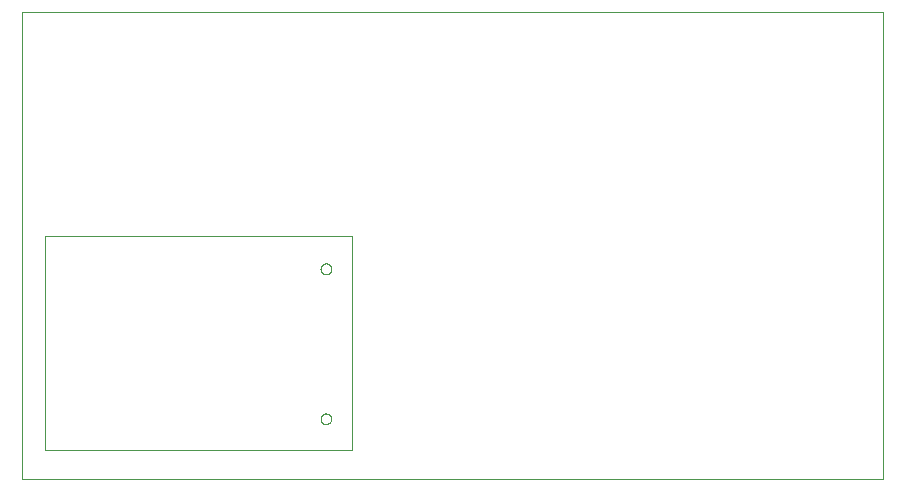
<source format=gbr>
%TF.GenerationSoftware,KiCad,Pcbnew,(5.1.12)-1*%
%TF.CreationDate,2022-04-29T07:44:41-07:00*%
%TF.ProjectId,Conductivity_Sensor_V1,436f6e64-7563-4746-9976-6974795f5365,rev?*%
%TF.SameCoordinates,Original*%
%TF.FileFunction,Paste,Bot*%
%TF.FilePolarity,Positive*%
%FSLAX46Y46*%
G04 Gerber Fmt 4.6, Leading zero omitted, Abs format (unit mm)*
G04 Created by KiCad (PCBNEW (5.1.12)-1) date 2022-04-29 07:44:41*
%MOMM*%
%LPD*%
G01*
G04 APERTURE LIST*
%ADD10C,0.100000*%
G04 APERTURE END LIST*
D10*
X-19886172Y-224375304D02*
X-19879148Y-224368122D01*
X-19893096Y-224382706D02*
X-19886172Y-224375304D01*
X-19899911Y-224390329D02*
X-19893096Y-224382706D01*
X-19906607Y-224398170D02*
X-19899911Y-224390329D01*
X-19913177Y-224406230D02*
X-19906607Y-224398170D01*
X-19919611Y-224414505D02*
X-19913177Y-224406230D01*
X-19925900Y-224422993D02*
X-19919611Y-224414505D01*
X-19932034Y-224431693D02*
X-19925900Y-224422993D01*
X-19938005Y-224440600D02*
X-19932034Y-224431693D01*
X-19943804Y-224449710D02*
X-19938005Y-224440600D01*
X-19949421Y-224459020D02*
X-19943804Y-224449710D01*
X-19954847Y-224468525D02*
X-19949421Y-224459020D01*
X-19960074Y-224478220D02*
X-19954847Y-224468525D01*
X-19965092Y-224488098D02*
X-19960074Y-224478220D01*
X-19969894Y-224498154D02*
X-19965092Y-224488098D01*
X-19974471Y-224508380D02*
X-19969894Y-224498154D01*
X-19978815Y-224518771D02*
X-19974471Y-224508380D01*
X-19982918Y-224529317D02*
X-19978815Y-224518771D01*
X-19986774Y-224540012D02*
X-19982918Y-224529317D01*
X-19990374Y-224550846D02*
X-19986774Y-224540012D01*
X-19993712Y-224561810D02*
X-19990374Y-224550846D01*
X-19996782Y-224572896D02*
X-19993712Y-224561810D01*
X-19999578Y-224584093D02*
X-19996782Y-224572896D01*
X-20002094Y-224595391D02*
X-19999578Y-224584093D01*
X-20004326Y-224606780D02*
X-20002094Y-224595391D01*
X-20006270Y-224618249D02*
X-20004326Y-224606780D01*
X-20007921Y-224629788D02*
X-20006270Y-224618249D01*
X-20009277Y-224641385D02*
X-20007921Y-224629788D01*
X-20010334Y-224653028D02*
X-20009277Y-224641385D01*
X-20011091Y-224664707D02*
X-20010334Y-224653028D01*
X-20011545Y-224676409D02*
X-20011091Y-224664707D01*
X-20011697Y-224688122D02*
X-20011545Y-224676409D01*
X-20011545Y-224699836D02*
X-20011697Y-224688122D01*
X-20011091Y-224711538D02*
X-20011545Y-224699836D01*
X-20010334Y-224723217D02*
X-20011091Y-224711538D01*
X-20009277Y-224734860D02*
X-20010334Y-224723217D01*
X-20007921Y-224746457D02*
X-20009277Y-224734860D01*
X-20006270Y-224757995D02*
X-20007921Y-224746457D01*
X-20004326Y-224769465D02*
X-20006270Y-224757995D01*
X-20002094Y-224780854D02*
X-20004326Y-224769465D01*
X-19999578Y-224792152D02*
X-20002094Y-224780854D01*
X-19996782Y-224803349D02*
X-19999578Y-224792152D01*
X-19993712Y-224814435D02*
X-19996782Y-224803349D01*
X-19990374Y-224825399D02*
X-19993712Y-224814435D01*
X-19986774Y-224836233D02*
X-19990374Y-224825399D01*
X-19982918Y-224846927D02*
X-19986774Y-224836233D01*
X-19978815Y-224857474D02*
X-19982918Y-224846927D01*
X-19974471Y-224867864D02*
X-19978815Y-224857474D01*
X-19969894Y-224878091D02*
X-19974471Y-224867864D01*
X-19965092Y-224888147D02*
X-19969894Y-224878091D01*
X-19960074Y-224898025D02*
X-19965092Y-224888147D01*
X-19954847Y-224907719D02*
X-19960074Y-224898025D01*
X-19949421Y-224917224D02*
X-19954847Y-224907719D01*
X-19943804Y-224926534D02*
X-19949421Y-224917224D01*
X-19938005Y-224935645D02*
X-19943804Y-224926534D01*
X-19932034Y-224944552D02*
X-19938005Y-224935645D01*
X-19925900Y-224953251D02*
X-19932034Y-224944552D01*
X-19919611Y-224961740D02*
X-19925900Y-224953251D01*
X-19913177Y-224970015D02*
X-19919611Y-224961740D01*
X-19906607Y-224978075D02*
X-19913177Y-224970015D01*
X-19899911Y-224985916D02*
X-19906607Y-224978075D01*
X-19893096Y-224993539D02*
X-19899911Y-224985916D01*
X-19886172Y-225000941D02*
X-19893096Y-224993539D01*
X-19879148Y-225008122D02*
X-19886172Y-225000941D01*
X-19871967Y-225015146D02*
X-19879148Y-225008122D01*
X-19864565Y-225022070D02*
X-19871967Y-225015146D01*
X-19856942Y-225028885D02*
X-19864565Y-225022070D01*
X-19849101Y-225035581D02*
X-19856942Y-225028885D01*
X-19841041Y-225042151D02*
X-19849101Y-225035581D01*
X-19832766Y-225048585D02*
X-19841041Y-225042151D01*
X-19824277Y-225054874D02*
X-19832766Y-225048585D01*
X-19815578Y-225061008D02*
X-19824277Y-225054874D01*
X-19806671Y-225066979D02*
X-19815578Y-225061008D01*
X-19797560Y-225072778D02*
X-19806671Y-225066979D01*
X-19788250Y-225078394D02*
X-19797560Y-225072778D01*
X-19778746Y-225083821D02*
X-19788250Y-225078394D01*
X-19769051Y-225089047D02*
X-19778746Y-225083821D01*
X-19759173Y-225094066D02*
X-19769051Y-225089047D01*
X-19749117Y-225098868D02*
X-19759173Y-225094066D01*
X-19738890Y-225103445D02*
X-19749117Y-225098868D01*
X-19728500Y-225107789D02*
X-19738890Y-225103445D01*
X-19717953Y-225111892D02*
X-19728500Y-225107789D01*
X-19707259Y-225115748D02*
X-19717953Y-225111892D01*
X-19696425Y-225119348D02*
X-19707259Y-225115748D01*
X-19685461Y-225122686D02*
X-19696425Y-225119348D01*
X-19674375Y-225125756D02*
X-19685461Y-225122686D01*
X-19663178Y-225128552D02*
X-19674375Y-225125756D01*
X-19651880Y-225131068D02*
X-19663178Y-225128552D01*
X-19640491Y-225133300D02*
X-19651880Y-225131068D01*
X-19629021Y-225135244D02*
X-19640491Y-225133300D01*
X-19617483Y-225136895D02*
X-19629021Y-225135244D01*
X-19605886Y-225138251D02*
X-19617483Y-225136895D01*
X-19594243Y-225139308D02*
X-19605886Y-225138251D01*
X-19582564Y-225140065D02*
X-19594243Y-225139308D01*
X-19570862Y-225140519D02*
X-19582564Y-225140065D01*
X-19559148Y-225140671D02*
X-19570862Y-225140519D01*
X-19547435Y-225140519D02*
X-19559148Y-225140671D01*
X-19535733Y-225140065D02*
X-19547435Y-225140519D01*
X-19524054Y-225139308D02*
X-19535733Y-225140065D01*
X-19512411Y-225138251D02*
X-19524054Y-225139308D01*
X-19500814Y-225136895D02*
X-19512411Y-225138251D01*
X-19489276Y-225135244D02*
X-19500814Y-225136895D01*
X-19477806Y-225133300D02*
X-19489276Y-225135244D01*
X-19466417Y-225131068D02*
X-19477806Y-225133300D01*
X-19455119Y-225128552D02*
X-19466417Y-225131068D01*
X-19443922Y-225125756D02*
X-19455119Y-225128552D01*
X-19432836Y-225122686D02*
X-19443922Y-225125756D01*
X-19421872Y-225119348D02*
X-19432836Y-225122686D01*
X-19411038Y-225115748D02*
X-19421872Y-225119348D01*
X-19400343Y-225111892D02*
X-19411038Y-225115748D01*
X-19389797Y-225107789D02*
X-19400343Y-225111892D01*
X-19379407Y-225103445D02*
X-19389797Y-225107789D01*
X-19369180Y-225098868D02*
X-19379407Y-225103445D01*
X-19359124Y-225094066D02*
X-19369180Y-225098868D01*
X-19349246Y-225089047D02*
X-19359124Y-225094066D01*
X-19339551Y-225083821D02*
X-19349246Y-225089047D01*
X-19330047Y-225078394D02*
X-19339551Y-225083821D01*
X-19320736Y-225072778D02*
X-19330047Y-225078394D01*
X-19311626Y-225066979D02*
X-19320736Y-225072778D01*
X-19302719Y-225061008D02*
X-19311626Y-225066979D01*
X-19294019Y-225054874D02*
X-19302719Y-225061008D01*
X-19285531Y-225048585D02*
X-19294019Y-225054874D01*
X-19277256Y-225042151D02*
X-19285531Y-225048585D01*
X-19269196Y-225035581D02*
X-19277256Y-225042151D01*
X-19261355Y-225028885D02*
X-19269196Y-225035581D01*
X-19253732Y-225022070D02*
X-19261355Y-225028885D01*
X-19246330Y-225015146D02*
X-19253732Y-225022070D01*
X-19239148Y-225008122D02*
X-19246330Y-225015146D01*
X-19232125Y-225000941D02*
X-19239148Y-225008122D01*
X-19225201Y-224993539D02*
X-19232125Y-225000941D01*
X-19218386Y-224985916D02*
X-19225201Y-224993539D01*
X-19211689Y-224978075D02*
X-19218386Y-224985916D01*
X-19205120Y-224970015D02*
X-19211689Y-224978075D01*
X-19198686Y-224961740D02*
X-19205120Y-224970015D01*
X-19192397Y-224953251D02*
X-19198686Y-224961740D01*
X-19186263Y-224944552D02*
X-19192397Y-224953251D01*
X-19180292Y-224935645D02*
X-19186263Y-224944552D01*
X-19174493Y-224926534D02*
X-19180292Y-224935645D01*
X-19168876Y-224917224D02*
X-19174493Y-224926534D01*
X-19163450Y-224907719D02*
X-19168876Y-224917224D01*
X-19158223Y-224898025D02*
X-19163450Y-224907719D01*
X-19153205Y-224888147D02*
X-19158223Y-224898025D01*
X-19148403Y-224878091D02*
X-19153205Y-224888147D01*
X-19143826Y-224867864D02*
X-19148403Y-224878091D01*
X-19139482Y-224857474D02*
X-19143826Y-224867864D01*
X-19135379Y-224846927D02*
X-19139482Y-224857474D01*
X-19131523Y-224836233D02*
X-19135379Y-224846927D01*
X-19127923Y-224825399D02*
X-19131523Y-224836233D01*
X-19124585Y-224814435D02*
X-19127923Y-224825399D01*
X-19121515Y-224803349D02*
X-19124585Y-224814435D01*
X-19118719Y-224792152D02*
X-19121515Y-224803349D01*
X-19116203Y-224780854D02*
X-19118719Y-224792152D01*
X-19113970Y-224769465D02*
X-19116203Y-224780854D01*
X-19112027Y-224757995D02*
X-19113970Y-224769465D01*
X-19110376Y-224746457D02*
X-19112027Y-224757995D01*
X-19109020Y-224734860D02*
X-19110376Y-224746457D01*
X-19107963Y-224723217D02*
X-19109020Y-224734860D01*
X-19107206Y-224711538D02*
X-19107963Y-224723217D01*
X-19106752Y-224699836D02*
X-19107206Y-224711538D01*
X-19106600Y-224688122D02*
X-19106752Y-224699836D01*
X-19106752Y-224676409D02*
X-19106600Y-224688122D01*
X-19107206Y-224664707D02*
X-19106752Y-224676409D01*
X-19107963Y-224653028D02*
X-19107206Y-224664707D01*
X-19109020Y-224641385D02*
X-19107963Y-224653028D01*
X-19110376Y-224629788D02*
X-19109020Y-224641385D01*
X-19112027Y-224618249D02*
X-19110376Y-224629788D01*
X-19113970Y-224606780D02*
X-19112027Y-224618249D01*
X-19116203Y-224595391D02*
X-19113970Y-224606780D01*
X-19118719Y-224584093D02*
X-19116203Y-224595391D01*
X-19121515Y-224572896D02*
X-19118719Y-224584093D01*
X-19124585Y-224561810D02*
X-19121515Y-224572896D01*
X-19127923Y-224550846D02*
X-19124585Y-224561810D01*
X-19131523Y-224540012D02*
X-19127923Y-224550846D01*
X-19135379Y-224529317D02*
X-19131523Y-224540012D01*
X-19139482Y-224518771D02*
X-19135379Y-224529317D01*
X-19143826Y-224508380D02*
X-19139482Y-224518771D01*
X-19148403Y-224498154D02*
X-19143826Y-224508380D01*
X-19153205Y-224488098D02*
X-19148403Y-224498154D01*
X-19158223Y-224478220D02*
X-19153205Y-224488098D01*
X-19163450Y-224468525D02*
X-19158223Y-224478220D01*
X-19168876Y-224459020D02*
X-19163450Y-224468525D01*
X-19174493Y-224449710D02*
X-19168876Y-224459020D01*
X-19180292Y-224440600D02*
X-19174493Y-224449710D01*
X-19186263Y-224431693D02*
X-19180292Y-224440600D01*
X-19192397Y-224422993D02*
X-19186263Y-224431693D01*
X-19198686Y-224414505D02*
X-19192397Y-224422993D01*
X-19205120Y-224406230D02*
X-19198686Y-224414505D01*
X-19211689Y-224398170D02*
X-19205120Y-224406230D01*
X-19218386Y-224390329D02*
X-19211689Y-224398170D01*
X-19225201Y-224382706D02*
X-19218386Y-224390329D01*
X-19232125Y-224375304D02*
X-19225201Y-224382706D01*
X-19239148Y-224368122D02*
X-19232125Y-224375304D01*
X-19246330Y-224361099D02*
X-19239148Y-224368122D01*
X-19253732Y-224354175D02*
X-19246330Y-224361099D01*
X-19261355Y-224347360D02*
X-19253732Y-224354175D01*
X-19269196Y-224340663D02*
X-19261355Y-224347360D01*
X-19277256Y-224334094D02*
X-19269196Y-224340663D01*
X-19285531Y-224327660D02*
X-19277256Y-224334094D01*
X-19294019Y-224321371D02*
X-19285531Y-224327660D01*
X-19302719Y-224315236D02*
X-19294019Y-224321371D01*
X-19311626Y-224309265D02*
X-19302719Y-224315236D01*
X-19320736Y-224303467D02*
X-19311626Y-224309265D01*
X-19330047Y-224297850D02*
X-19320736Y-224303467D01*
X-19339551Y-224292424D02*
X-19330047Y-224297850D01*
X-19349246Y-224287197D02*
X-19339551Y-224292424D01*
X-19359124Y-224282179D02*
X-19349246Y-224287197D01*
X-19369180Y-224277377D02*
X-19359124Y-224282179D01*
X-19379407Y-224272800D02*
X-19369180Y-224277377D01*
X-19389797Y-224268456D02*
X-19379407Y-224272800D01*
X-19400343Y-224264352D02*
X-19389797Y-224268456D01*
X-19411038Y-224260497D02*
X-19400343Y-224264352D01*
X-19421872Y-224256897D02*
X-19411038Y-224260497D01*
X-19432836Y-224253559D02*
X-19421872Y-224256897D01*
X-19443922Y-224250489D02*
X-19432836Y-224253559D01*
X-19455119Y-224247693D02*
X-19443922Y-224250489D01*
X-19466417Y-224245177D02*
X-19455119Y-224247693D01*
X-19477806Y-224242944D02*
X-19466417Y-224245177D01*
X-19489276Y-224241001D02*
X-19477806Y-224242944D01*
X-19500814Y-224239349D02*
X-19489276Y-224241001D01*
X-19512411Y-224237994D02*
X-19500814Y-224239349D01*
X-19524054Y-224236937D02*
X-19512411Y-224237994D01*
X-19535733Y-224236180D02*
X-19524054Y-224236937D01*
X-19547435Y-224235726D02*
X-19535733Y-224236180D01*
X-19559148Y-224235574D02*
X-19547435Y-224235726D01*
X-19570862Y-224235726D02*
X-19559148Y-224235574D01*
X-19582564Y-224236180D02*
X-19570862Y-224235726D01*
X-19594243Y-224236937D02*
X-19582564Y-224236180D01*
X-19605886Y-224237994D02*
X-19594243Y-224236937D01*
X-19617483Y-224239349D02*
X-19605886Y-224237994D01*
X-19629021Y-224241001D02*
X-19617483Y-224239349D01*
X-19640491Y-224242944D02*
X-19629021Y-224241001D01*
X-19651880Y-224245177D02*
X-19640491Y-224242944D01*
X-19663178Y-224247693D02*
X-19651880Y-224245177D01*
X-19674375Y-224250489D02*
X-19663178Y-224247693D01*
X-19685461Y-224253559D02*
X-19674375Y-224250489D01*
X-19696425Y-224256897D02*
X-19685461Y-224253559D01*
X-19707259Y-224260497D02*
X-19696425Y-224256897D01*
X-19717953Y-224264352D02*
X-19707259Y-224260497D01*
X-19728500Y-224268456D02*
X-19717953Y-224264352D01*
X-19738890Y-224272800D02*
X-19728500Y-224268456D01*
X-19749117Y-224277377D02*
X-19738890Y-224272800D01*
X-19759173Y-224282179D02*
X-19749117Y-224277377D01*
X-19769051Y-224287197D02*
X-19759173Y-224282179D01*
X-19778746Y-224292424D02*
X-19769051Y-224287197D01*
X-19788250Y-224297850D02*
X-19778746Y-224292424D01*
X-19797560Y-224303467D02*
X-19788250Y-224297850D01*
X-19806671Y-224309265D02*
X-19797560Y-224303467D01*
X-19815578Y-224315236D02*
X-19806671Y-224309265D01*
X-19824277Y-224321371D02*
X-19815578Y-224315236D01*
X-19832766Y-224327660D02*
X-19824277Y-224321371D01*
X-19841041Y-224334094D02*
X-19832766Y-224327660D01*
X-19849101Y-224340663D02*
X-19841041Y-224334094D01*
X-19856942Y-224347360D02*
X-19849101Y-224340663D01*
X-19864565Y-224354175D02*
X-19856942Y-224347360D01*
X-19871967Y-224361099D02*
X-19864565Y-224354175D01*
X-19879148Y-224368122D02*
X-19871967Y-224361099D01*
X-19368703Y-211573222D02*
X-19359540Y-211577552D01*
X-19378042Y-211569061D02*
X-19368703Y-211573222D01*
X-19387556Y-211565077D02*
X-19378042Y-211569061D01*
X-19397240Y-211561277D02*
X-19387556Y-211565077D01*
X-19407089Y-211557670D02*
X-19397240Y-211561277D01*
X-19417099Y-211554263D02*
X-19407089Y-211557670D01*
X-19427265Y-211551066D02*
X-19417099Y-211554263D01*
X-19437582Y-211548085D02*
X-19427265Y-211551066D01*
X-19448042Y-211545328D02*
X-19437582Y-211548085D01*
X-19458639Y-211542803D02*
X-19448042Y-211545328D01*
X-19469367Y-211540517D02*
X-19458639Y-211542803D01*
X-19480217Y-211538476D02*
X-19469367Y-211540517D01*
X-19491183Y-211536689D02*
X-19480217Y-211538476D01*
X-19502255Y-211535160D02*
X-19491183Y-211536689D01*
X-19513425Y-211533897D02*
X-19502255Y-211535160D01*
X-19524684Y-211532904D02*
X-19513425Y-211533897D01*
X-19536022Y-211532187D02*
X-19524684Y-211532904D01*
X-19547430Y-211531752D02*
X-19536022Y-211532187D01*
X-19558897Y-211531601D02*
X-19547430Y-211531752D01*
X-19570413Y-211531740D02*
X-19558897Y-211531601D01*
X-19581967Y-211532172D02*
X-19570413Y-211531740D01*
X-19593548Y-211532899D02*
X-19581967Y-211532172D01*
X-19605144Y-211533924D02*
X-19593548Y-211532899D01*
X-19616746Y-211535249D02*
X-19605144Y-211533924D01*
X-19628340Y-211536875D02*
X-19616746Y-211535249D01*
X-19639916Y-211538803D02*
X-19628340Y-211536875D01*
X-19651461Y-211541032D02*
X-19639916Y-211538803D01*
X-19662964Y-211543562D02*
X-19651461Y-211541032D01*
X-19674413Y-211546392D02*
X-19662964Y-211543562D01*
X-19685797Y-211549520D02*
X-19674413Y-211546392D01*
X-19697104Y-211552944D02*
X-19685797Y-211549520D01*
X-19708322Y-211556661D02*
X-19697104Y-211552944D01*
X-19719440Y-211560667D02*
X-19708322Y-211556661D01*
X-19730447Y-211564957D02*
X-19719440Y-211560667D01*
X-19741331Y-211569528D02*
X-19730447Y-211564957D01*
X-19752084Y-211574374D02*
X-19741331Y-211569528D01*
X-19762693Y-211579489D02*
X-19752084Y-211574374D01*
X-19773150Y-211584867D02*
X-19762693Y-211579489D01*
X-19783444Y-211590501D02*
X-19773150Y-211584867D01*
X-19793567Y-211596383D02*
X-19783444Y-211590501D01*
X-19803509Y-211602507D02*
X-19793567Y-211596383D01*
X-19813263Y-211608863D02*
X-19803509Y-211602507D01*
X-19822820Y-211615444D02*
X-19813263Y-211608863D01*
X-19832173Y-211622241D02*
X-19822820Y-211615444D01*
X-19841315Y-211629244D02*
X-19832173Y-211622241D01*
X-19850241Y-211636445D02*
X-19841315Y-211629244D01*
X-19858943Y-211643834D02*
X-19850241Y-211636445D01*
X-19867418Y-211651400D02*
X-19858943Y-211643834D01*
X-19875659Y-211659135D02*
X-19867418Y-211651400D01*
X-19883664Y-211667028D02*
X-19875659Y-211659135D01*
X-19891427Y-211675069D02*
X-19883664Y-211667028D01*
X-19898947Y-211683248D02*
X-19891427Y-211675069D01*
X-19906220Y-211691554D02*
X-19898947Y-211683248D01*
X-19913245Y-211699978D02*
X-19906220Y-211691554D01*
X-19920020Y-211708509D02*
X-19913245Y-211699978D01*
X-19926544Y-211717138D02*
X-19920020Y-211708509D01*
X-19932816Y-211725854D02*
X-19926544Y-211717138D01*
X-19938836Y-211734648D02*
X-19932816Y-211725854D01*
X-19944605Y-211743510D02*
X-19938836Y-211734648D01*
X-19950123Y-211752430D02*
X-19944605Y-211743510D01*
X-19955392Y-211761400D02*
X-19950123Y-211752430D01*
X-19960412Y-211770409D02*
X-19955392Y-211761400D01*
X-19965188Y-211779451D02*
X-19960412Y-211770409D01*
X-19969719Y-211788514D02*
X-19965188Y-211779451D01*
X-19974049Y-211797677D02*
X-19969719Y-211788514D01*
X-19978210Y-211807016D02*
X-19974049Y-211797677D01*
X-19982194Y-211816530D02*
X-19978210Y-211807016D01*
X-19985994Y-211826213D02*
X-19982194Y-211816530D01*
X-19989601Y-211836063D02*
X-19985994Y-211826213D01*
X-19993008Y-211846073D02*
X-19989601Y-211836063D01*
X-19996205Y-211856239D02*
X-19993008Y-211846073D01*
X-19999186Y-211866555D02*
X-19996205Y-211856239D01*
X-20001943Y-211877016D02*
X-19999186Y-211866555D01*
X-20004468Y-211887613D02*
X-20001943Y-211877016D01*
X-20006754Y-211898341D02*
X-20004468Y-211887613D01*
X-20008795Y-211909191D02*
X-20006754Y-211898341D01*
X-20010582Y-211920157D02*
X-20008795Y-211909191D01*
X-20012111Y-211931229D02*
X-20010582Y-211920157D01*
X-20013374Y-211942399D02*
X-20012111Y-211931229D01*
X-20014367Y-211953658D02*
X-20013374Y-211942399D01*
X-20015084Y-211964996D02*
X-20014367Y-211953658D01*
X-20015519Y-211976404D02*
X-20015084Y-211964996D01*
X-20015670Y-211987871D02*
X-20015519Y-211976404D01*
X-20015531Y-211999387D02*
X-20015670Y-211987871D01*
X-20015099Y-212010941D02*
X-20015531Y-211999387D01*
X-20014372Y-212022522D02*
X-20015099Y-212010941D01*
X-20013347Y-212034118D02*
X-20014372Y-212022522D01*
X-20012022Y-212045720D02*
X-20013347Y-212034118D01*
X-20010396Y-212057314D02*
X-20012022Y-212045720D01*
X-20008468Y-212068890D02*
X-20010396Y-212057314D01*
X-20006239Y-212080435D02*
X-20008468Y-212068890D01*
X-20003709Y-212091938D02*
X-20006239Y-212080435D01*
X-20000879Y-212103387D02*
X-20003709Y-212091938D01*
X-19997751Y-212114771D02*
X-20000879Y-212103387D01*
X-19994327Y-212126078D02*
X-19997751Y-212114771D01*
X-19990610Y-212137296D02*
X-19994327Y-212126078D01*
X-19986604Y-212148414D02*
X-19990610Y-212137296D01*
X-19982314Y-212159420D02*
X-19986604Y-212148414D01*
X-19977743Y-212170305D02*
X-19982314Y-212159420D01*
X-19972897Y-212181058D02*
X-19977743Y-212170305D01*
X-19967782Y-212191667D02*
X-19972897Y-212181058D01*
X-19962404Y-212202124D02*
X-19967782Y-212191667D01*
X-19956770Y-212212418D02*
X-19962404Y-212202124D01*
X-19950888Y-212222541D02*
X-19956770Y-212212418D01*
X-19944764Y-212232483D02*
X-19950888Y-212222541D01*
X-19938408Y-212242237D02*
X-19944764Y-212232483D01*
X-19931827Y-212251794D02*
X-19938408Y-212242237D01*
X-19925030Y-212261147D02*
X-19931827Y-212251794D01*
X-19918027Y-212270289D02*
X-19925030Y-212261147D01*
X-19910826Y-212279215D02*
X-19918027Y-212270289D01*
X-19903437Y-212287917D02*
X-19910826Y-212279215D01*
X-19895871Y-212296392D02*
X-19903437Y-212287917D01*
X-19888136Y-212304633D02*
X-19895871Y-212296392D01*
X-19880243Y-212312637D02*
X-19888136Y-212304633D01*
X-19872202Y-212320401D02*
X-19880243Y-212312637D01*
X-19864023Y-212327921D02*
X-19872202Y-212320401D01*
X-19855717Y-212335194D02*
X-19864023Y-212327921D01*
X-19847293Y-212342219D02*
X-19855717Y-212335194D01*
X-19838762Y-212348994D02*
X-19847293Y-212342219D01*
X-19830133Y-212355518D02*
X-19838762Y-212348994D01*
X-19821417Y-212361790D02*
X-19830133Y-212355518D01*
X-19812623Y-212367810D02*
X-19821417Y-212361790D01*
X-19803761Y-212373579D02*
X-19812623Y-212367810D01*
X-19794841Y-212379097D02*
X-19803761Y-212373579D01*
X-19785871Y-212384365D02*
X-19794841Y-212379097D01*
X-19776861Y-212389386D02*
X-19785871Y-212384365D01*
X-19767820Y-212394161D02*
X-19776861Y-212389386D01*
X-19758756Y-212398693D02*
X-19767820Y-212394161D01*
X-19749594Y-212403022D02*
X-19758756Y-212398693D01*
X-19740255Y-212407184D02*
X-19749594Y-212403022D01*
X-19730741Y-212411168D02*
X-19740255Y-212407184D01*
X-19721057Y-212414968D02*
X-19730741Y-212411168D01*
X-19711208Y-212418575D02*
X-19721057Y-212414968D01*
X-19701198Y-212421981D02*
X-19711208Y-212418575D01*
X-19691032Y-212425179D02*
X-19701198Y-212421981D01*
X-19680715Y-212428160D02*
X-19691032Y-212425179D01*
X-19670255Y-212430917D02*
X-19680715Y-212428160D01*
X-19659658Y-212433442D02*
X-19670255Y-212430917D01*
X-19648930Y-212435728D02*
X-19659658Y-212433442D01*
X-19638079Y-212437768D02*
X-19648930Y-212435728D01*
X-19627114Y-212439556D02*
X-19638079Y-212437768D01*
X-19616042Y-212441085D02*
X-19627114Y-212439556D01*
X-19604872Y-212442348D02*
X-19616042Y-212441085D01*
X-19593613Y-212443341D02*
X-19604872Y-212442348D01*
X-19582275Y-212444058D02*
X-19593613Y-212443341D01*
X-19570867Y-212444493D02*
X-19582275Y-212444058D01*
X-19559400Y-212444644D02*
X-19570867Y-212444493D01*
X-19547884Y-212444505D02*
X-19559400Y-212444644D01*
X-19536330Y-212444073D02*
X-19547884Y-212444505D01*
X-19524749Y-212443346D02*
X-19536330Y-212444073D01*
X-19513152Y-212442321D02*
X-19524749Y-212443346D01*
X-19501551Y-212440996D02*
X-19513152Y-212442321D01*
X-19489957Y-212439370D02*
X-19501551Y-212440996D01*
X-19478381Y-212437442D02*
X-19489957Y-212439370D01*
X-19466836Y-212435213D02*
X-19478381Y-212437442D01*
X-19455333Y-212432683D02*
X-19466836Y-212435213D01*
X-19443884Y-212429853D02*
X-19455333Y-212432683D01*
X-19432500Y-212426724D02*
X-19443884Y-212429853D01*
X-19421193Y-212423301D02*
X-19432500Y-212426724D01*
X-19409975Y-212419584D02*
X-19421193Y-212423301D01*
X-19398857Y-212415578D02*
X-19409975Y-212419584D01*
X-19387850Y-212411287D02*
X-19398857Y-212415578D01*
X-19376965Y-212406717D02*
X-19387850Y-212411287D01*
X-19366213Y-212401871D02*
X-19376965Y-212406717D01*
X-19355604Y-212396756D02*
X-19366213Y-212401871D01*
X-19345147Y-212391378D02*
X-19355604Y-212396756D01*
X-19334853Y-212385744D02*
X-19345147Y-212391378D01*
X-19324730Y-212379862D02*
X-19334853Y-212385744D01*
X-19314788Y-212373738D02*
X-19324730Y-212379862D01*
X-19305034Y-212367382D02*
X-19314788Y-212373738D01*
X-19295477Y-212360801D02*
X-19305034Y-212367382D01*
X-19286124Y-212354004D02*
X-19295477Y-212360801D01*
X-19276981Y-212347000D02*
X-19286124Y-212354004D01*
X-19268056Y-212339800D02*
X-19276981Y-212347000D01*
X-19259354Y-212332411D02*
X-19268056Y-212339800D01*
X-19250879Y-212324844D02*
X-19259354Y-212332411D01*
X-19242638Y-212317110D02*
X-19250879Y-212324844D01*
X-19234633Y-212309217D02*
X-19242638Y-212317110D01*
X-19226870Y-212301176D02*
X-19234633Y-212309217D01*
X-19219350Y-212292997D02*
X-19226870Y-212301176D01*
X-19212077Y-212284691D02*
X-19219350Y-212292997D01*
X-19205052Y-212276267D02*
X-19212077Y-212284691D01*
X-19198277Y-212267735D02*
X-19205052Y-212276267D01*
X-19191753Y-212259107D02*
X-19198277Y-212267735D01*
X-19185481Y-212250391D02*
X-19191753Y-212259107D01*
X-19179461Y-212241597D02*
X-19185481Y-212250391D01*
X-19173692Y-212232735D02*
X-19179461Y-212241597D01*
X-19168174Y-212223815D02*
X-19173692Y-212232735D01*
X-19162905Y-212214845D02*
X-19168174Y-212223815D01*
X-19157884Y-212205835D02*
X-19162905Y-212214845D01*
X-19153109Y-212196794D02*
X-19157884Y-212205835D01*
X-19148578Y-212187730D02*
X-19153109Y-212196794D01*
X-19144248Y-212178568D02*
X-19148578Y-212187730D01*
X-19140087Y-212169229D02*
X-19144248Y-212178568D01*
X-19136103Y-212159715D02*
X-19140087Y-212169229D01*
X-19132303Y-212150031D02*
X-19136103Y-212159715D01*
X-19128696Y-212140182D02*
X-19132303Y-212150031D01*
X-19125289Y-212130172D02*
X-19128696Y-212140182D01*
X-19122092Y-212120005D02*
X-19125289Y-212130172D01*
X-19119111Y-212109689D02*
X-19122092Y-212120005D01*
X-19116354Y-212099229D02*
X-19119111Y-212109689D01*
X-19113829Y-212088632D02*
X-19116354Y-212099229D01*
X-19111543Y-212077904D02*
X-19113829Y-212088632D01*
X-19109502Y-212067053D02*
X-19111543Y-212077904D01*
X-19107715Y-212056088D02*
X-19109502Y-212067053D01*
X-19106186Y-212045016D02*
X-19107715Y-212056088D01*
X-19104923Y-212033846D02*
X-19106186Y-212045016D01*
X-19103930Y-212022587D02*
X-19104923Y-212033846D01*
X-19103213Y-212011248D02*
X-19103930Y-212022587D01*
X-19102778Y-211999841D02*
X-19103213Y-212011248D01*
X-19102627Y-211988374D02*
X-19102778Y-211999841D01*
X-19102766Y-211976858D02*
X-19102627Y-211988374D01*
X-19103198Y-211965304D02*
X-19102766Y-211976858D01*
X-19103925Y-211953723D02*
X-19103198Y-211965304D01*
X-19104950Y-211942126D02*
X-19103925Y-211953723D01*
X-19106275Y-211930525D02*
X-19104950Y-211942126D01*
X-19107901Y-211918931D02*
X-19106275Y-211930525D01*
X-19109829Y-211907355D02*
X-19107901Y-211918931D01*
X-19112058Y-211895810D02*
X-19109829Y-211907355D01*
X-19114588Y-211884307D02*
X-19112058Y-211895810D01*
X-19117418Y-211872857D02*
X-19114588Y-211884307D01*
X-19120546Y-211861474D02*
X-19117418Y-211872857D01*
X-19123970Y-211850167D02*
X-19120546Y-211861474D01*
X-19127687Y-211838949D02*
X-19123970Y-211850167D01*
X-19131693Y-211827831D02*
X-19127687Y-211838949D01*
X-19135983Y-211816824D02*
X-19131693Y-211827831D01*
X-19140554Y-211805939D02*
X-19135983Y-211816824D01*
X-19145400Y-211795187D02*
X-19140554Y-211805939D01*
X-19150515Y-211784578D02*
X-19145400Y-211795187D01*
X-19155893Y-211774121D02*
X-19150515Y-211784578D01*
X-19161527Y-211763827D02*
X-19155893Y-211774121D01*
X-19167409Y-211753704D02*
X-19161527Y-211763827D01*
X-19173533Y-211743762D02*
X-19167409Y-211753704D01*
X-19179889Y-211734008D02*
X-19173533Y-211743762D01*
X-19186470Y-211724451D02*
X-19179889Y-211734008D01*
X-19193267Y-211715098D02*
X-19186470Y-211724451D01*
X-19200270Y-211705955D02*
X-19193267Y-211715098D01*
X-19207471Y-211697030D02*
X-19200270Y-211705955D01*
X-19214860Y-211688327D02*
X-19207471Y-211697030D01*
X-19222426Y-211679853D02*
X-19214860Y-211688327D01*
X-19230161Y-211671612D02*
X-19222426Y-211679853D01*
X-19238054Y-211663607D02*
X-19230161Y-211671612D01*
X-19246095Y-211655844D02*
X-19238054Y-211663607D01*
X-19254274Y-211648324D02*
X-19246095Y-211655844D01*
X-19262580Y-211641051D02*
X-19254274Y-211648324D01*
X-19271004Y-211634026D02*
X-19262580Y-211641051D01*
X-19279535Y-211627251D02*
X-19271004Y-211634026D01*
X-19288164Y-211620727D02*
X-19279535Y-211627251D01*
X-19296880Y-211614455D02*
X-19288164Y-211620727D01*
X-19305674Y-211608435D02*
X-19296880Y-211614455D01*
X-19314536Y-211602666D02*
X-19305674Y-211608435D01*
X-19323456Y-211597148D02*
X-19314536Y-211602666D01*
X-19332426Y-211591879D02*
X-19323456Y-211597148D01*
X-19341436Y-211586858D02*
X-19332426Y-211591879D01*
X-19350477Y-211582083D02*
X-19341436Y-211586858D01*
X-19359540Y-211577552D02*
X-19350477Y-211582083D01*
X-17309696Y-227315623D02*
X-43370279Y-227315623D01*
X-17309696Y-209234387D02*
X-17309696Y-227315623D01*
X-43370279Y-209234387D02*
X-17309696Y-209234387D01*
X-43370279Y-227315623D02*
X-43370279Y-209234387D01*
X27625432Y-229757449D02*
X-45275415Y-229757449D01*
X27625432Y-190224154D02*
X27625432Y-229757449D01*
X-45275415Y-190224154D02*
X27625432Y-190224154D01*
X-45275415Y-229757449D02*
X-45275415Y-190224154D01*
M02*

</source>
